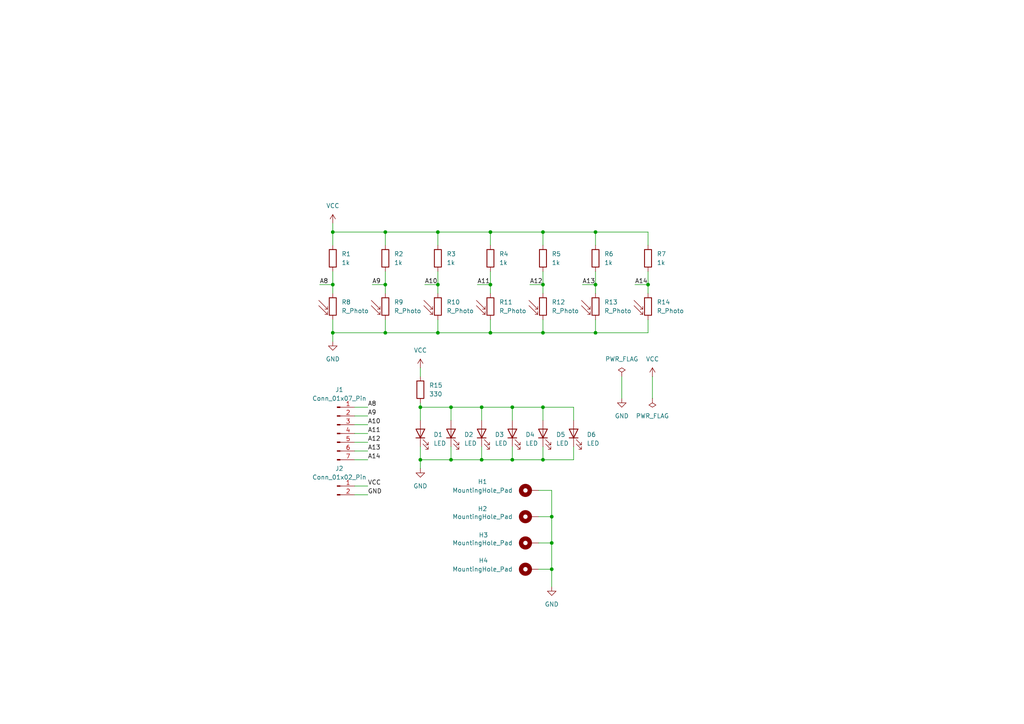
<source format=kicad_sch>
(kicad_sch (version 20231120) (generator "eeschema") (generator_version "8.0")
  (paper "A4")
  (lib_symbols
    (symbol "Connector:Conn_01x02_Pin" (pin_names (offset 1.016) hide)
      (property "Reference" "J" (at 0 2.54 0))
      (property "Value" "Conn_01x02_Pin" (at 0 -5.08 0))
      (symbol "Conn_01x02_Pin_1_1"
        (polyline (pts (xy 1.27 -2.54) (xy 0.8636 -2.54)) (stroke (width 0.1524)))
        (polyline (pts (xy 1.27 0) (xy 0.8636 0)) (stroke (width 0.1524)))
        (rectangle (start 0.8636 -2.413) (end 0 -2.667) (stroke (width 0.1524)) (fill (type outline)))
        (rectangle (start 0.8636 0.127) (end 0 -0.127) (stroke (width 0.1524)) (fill (type outline)))
        (pin passive line (at 5.08 0 180) (length 3.81) (name "Pin_1") (number "1"))
        (pin passive line (at 5.08 -2.54 180) (length 3.81) (name "Pin_2") (number "2"))
      )
    )
    (symbol "Connector:Conn_01x07_Pin" (pin_names (offset 1.016) hide)
      (property "Reference" "J" (at 0 10.16 0))
      (property "Value" "Conn_01x07_Pin" (at 0 -10.16 0))
      (symbol "Conn_01x07_Pin_1_1"
        (polyline (pts (xy 1.27 -7.62) (xy 0.8636 -7.62)) (stroke (width 0.1524)))
        (polyline (pts (xy 1.27 -5.08) (xy 0.8636 -5.08)) (stroke (width 0.1524)))
        (polyline (pts (xy 1.27 -2.54) (xy 0.8636 -2.54)) (stroke (width 0.1524)))
        (polyline (pts (xy 1.27 0) (xy 0.8636 0)) (stroke (width 0.1524)))
        (polyline (pts (xy 1.27 2.54) (xy 0.8636 2.54)) (stroke (width 0.1524)))
        (polyline (pts (xy 1.27 5.08) (xy 0.8636 5.08)) (stroke (width 0.1524)))
        (polyline (pts (xy 1.27 7.62) (xy 0.8636 7.62)) (stroke (width 0.1524)))
        (rectangle (start 0.8636 -7.493) (end 0 -7.747) (stroke (width 0.1524)) (fill (type outline)))
        (rectangle (start 0.8636 -4.953) (end 0 -5.207) (stroke (width 0.1524)) (fill (type outline)))
        (rectangle (start 0.8636 -2.413) (end 0 -2.667) (stroke (width 0.1524)) (fill (type outline)))
        (rectangle (start 0.8636 0.127) (end 0 -0.127) (stroke (width 0.1524)) (fill (type outline)))
        (rectangle (start 0.8636 2.667) (end 0 2.413) (stroke (width 0.1524)) (fill (type outline)))
        (rectangle (start 0.8636 5.207) (end 0 4.953) (stroke (width 0.1524)) (fill (type outline)))
        (rectangle (start 0.8636 7.747) (end 0 7.493) (stroke (width 0.1524)) (fill (type outline)))
        (pin passive line (at 5.08 7.62 180) (length 3.81) (name "Pin_1") (number "1"))
        (pin passive line (at 5.08 5.08 180) (length 3.81) (name "Pin_2") (number "2"))
        (pin passive line (at 5.08 2.54 180) (length 3.81) (name "Pin_3") (number "3"))
        (pin passive line (at 5.08 0 180) (length 3.81) (name "Pin_4") (number "4"))
        (pin passive line (at 5.08 -2.54 180) (length 3.81) (name "Pin_5") (number "5"))
        (pin passive line (at 5.08 -5.08 180) (length 3.81) (name "Pin_6") (number "6"))
        (pin passive line (at 5.08 -7.62 180) (length 3.81) (name "Pin_7") (number "7"))
      )
    )
    (symbol "Device:LED" (pin_numbers hide) (pin_names (offset 1.016) hide)
      (property "Reference" "D" (at 0 2.54 0))
      (property "Value" "LED" (at 0 -2.54 0))
      (symbol "LED_0_1"
        (polyline (pts (xy -1.27 -1.27) (xy -1.27 1.27)) (stroke (width 0.254)))
        (polyline (pts (xy -1.27 0) (xy 1.27 0)))
        (polyline (pts (xy 1.27 -1.27) (xy 1.27 1.27) (xy -1.27 0) (xy 1.27 -1.27)) (stroke (width 0.254)))
        (polyline (pts (xy -3.048 -0.762) (xy -4.572 -2.286) (xy -3.81 -2.286) (xy -4.572 -2.286) (xy -4.572 -1.524)))
        (polyline (pts (xy -1.778 -0.762) (xy -3.302 -2.286) (xy -2.54 -2.286) (xy -3.302 -2.286) (xy -3.302 -1.524)))
      )
      (symbol "LED_1_1"
        (pin passive line (at -3.81 0 0) (length 2.54) (name "K") (number "1"))
        (pin passive line (at 3.81 0 180) (length 2.54) (name "A") (number "2"))
      )
    )
    (symbol "Device:R" (pin_numbers hide) (pin_names (offset 0))
      (property "Reference" "R" (at 2.032 0 90))
      (property "Value" "R" (at 0 0 90))
      (symbol "R_0_1"
        (rectangle (start -1.016 -2.54) (end 1.016 2.54) (stroke (width 0.254)))
      )
      (symbol "R_1_1"
        (pin passive line (at 0 3.81 270) (length 1.27) (name "~") (number "1"))
        (pin passive line (at 0 -3.81 90) (length 1.27) (name "~") (number "2"))
      )
    )
    (symbol "Device:R_Photo" (pin_numbers hide) (pin_names (offset 0))
      (property "Reference" "R" (at 1.27 1.27 0))
      (property "Value" "R_Photo" (at 1.27 0 0))
      (symbol "R_Photo_0_1"
        (rectangle (start -1.016 2.54) (end 1.016 -2.54) (stroke (width 0.254)))
        (polyline (pts (xy -1.524 -2.286) (xy -4.064 0.254)))
        (polyline (pts (xy -1.524 -2.286) (xy -2.286 -2.286)))
        (polyline (pts (xy -1.524 -2.286) (xy -1.524 -1.524)))
        (polyline (pts (xy -1.524 -0.762) (xy -4.064 1.778)))
        (polyline (pts (xy -1.524 -0.762) (xy -2.286 -0.762)))
        (polyline (pts (xy -1.524 -0.762) (xy -1.524 0)))
      )
      (symbol "R_Photo_1_1"
        (pin passive line (at 0 3.81 270) (length 1.27) (name "~") (number "1"))
        (pin passive line (at 0 -3.81 90) (length 1.27) (name "~") (number "2"))
      )
    )
    (symbol "Mechanical:MountingHole_Pad" (pin_numbers hide) (pin_names (offset 1.016) hide) (exclude_from_sim yes) (in_bom no)
      (property "Reference" "H" (at 0 6.35 0))
      (property "Value" "MountingHole_Pad" (at 0 4.445 0))
      (symbol "MountingHole_Pad_0_1"
        (circle (center 0 1.27) (radius 1.27) (stroke (width 1.27)))
      )
      (symbol "MountingHole_Pad_1_1"
        (pin input line (at 0 -2.54 90) (length 2.54) (name "1") (number "1"))
      )
    )
    (symbol "power:GND" (power) (pin_numbers hide) (pin_names (offset 0) hide)
      (property "Value" "GND" (at 0 -3.81 0))
      (symbol "GND_0_1"
        (polyline (pts (xy 0 0) (xy 0 -1.27) (xy 1.27 -1.27) (xy 0 -2.54) (xy -1.27 -1.27) (xy 0 -1.27)))
      )
      (symbol "GND_1_1"
        (pin power_in line (at 0 0 270) (length 0) (name "~") (number "1"))
      )
    )
    (symbol "power:PWR_FLAG" (power) (pin_numbers hide) (pin_names (offset 0) hide)
      (property "Value" "PWR_FLAG" (at 0 3.81 0))
      (symbol "PWR_FLAG_0_0"
        (pin power_out line (at 0 0 90) (length 0) (name "~") (number "1"))
      )
      (symbol "PWR_FLAG_0_1"
        (polyline (pts (xy 0 0) (xy 0 1.27) (xy -1.016 1.905) (xy 0 2.54) (xy 1.016 1.905) (xy 0 1.27)))
      )
    )
    (symbol "power:VCC" (power) (pin_numbers hide) (pin_names (offset 0) hide)
      (property "Value" "VCC" (at 0 3.556 0))
      (symbol "VCC_0_1"
        (polyline (pts (xy -0.762 1.27) (xy 0 2.54)))
        (polyline (pts (xy 0 0) (xy 0 2.54)))
        (polyline (pts (xy 0 2.54) (xy 0.762 1.27)))
      )
      (symbol "VCC_1_1"
        (pin power_in line (at 0 0 90) (length 0) (name "~") (number "1"))
      )
    )
  )
  (junction (at 111.76 82.55))
  (junction (at 160.02 157.48))
  (junction (at 127 82.55))
  (junction (at 142.24 82.55))
  (junction (at 130.81 133.35))
  (junction (at 139.7 118.11))
  (junction (at 142.24 67.31))
  (junction (at 172.72 96.52))
  (junction (at 148.59 118.11))
  (junction (at 121.92 133.35))
  (junction (at 157.48 67.31))
  (junction (at 172.72 82.55))
  (junction (at 127 67.31))
  (junction (at 157.48 118.11))
  (junction (at 111.76 96.52))
  (junction (at 187.96 82.55))
  (junction (at 139.7 133.35))
  (junction (at 157.48 133.35))
  (junction (at 160.02 149.86))
  (junction (at 121.92 118.11))
  (junction (at 157.48 96.52))
  (junction (at 148.59 133.35))
  (junction (at 111.76 67.31))
  (junction (at 172.72 67.31))
  (junction (at 160.02 165.1))
  (junction (at 157.48 82.55))
  (junction (at 96.52 96.52))
  (junction (at 96.52 67.31))
  (junction (at 142.24 96.52))
  (junction (at 130.81 118.11))
  (junction (at 127 96.52))
  (junction (at 96.52 82.55))
  (wire (pts (xy 96.52 64.77) (xy 96.52 67.31)))
  (wire (pts (xy 111.76 67.31) (xy 127 67.31)))
  (wire (pts (xy 139.7 118.11) (xy 148.59 118.11)))
  (wire (pts (xy 130.81 118.11) (xy 139.7 118.11)))
  (wire (pts (xy 156.21 165.1) (xy 160.02 165.1)))
  (wire (pts (xy 107.95 82.55) (xy 111.76 82.55)))
  (wire (pts (xy 139.7 118.11) (xy 139.7 121.92)))
  (wire (pts (xy 184.15 82.55) (xy 187.96 82.55)))
  (wire (pts (xy 139.7 129.54) (xy 139.7 133.35)))
  (wire (pts (xy 102.87 130.81) (xy 106.68 130.81)))
  (wire (pts (xy 127 67.31) (xy 127 71.12)))
  (wire (pts (xy 123.19 82.55) (xy 127 82.55)))
  (wire (pts (xy 172.72 78.74) (xy 172.72 82.55)))
  (wire (pts (xy 157.48 78.74) (xy 157.48 82.55)))
  (wire (pts (xy 157.48 96.52) (xy 172.72 96.52)))
  (wire (pts (xy 142.24 78.74) (xy 142.24 82.55)))
  (wire (pts (xy 96.52 82.55) (xy 96.52 85.09)))
  (wire (pts (xy 102.87 120.65) (xy 106.68 120.65)))
  (wire (pts (xy 160.02 157.48) (xy 160.02 165.1)))
  (wire (pts (xy 157.48 67.31) (xy 157.48 71.12)))
  (wire (pts (xy 142.24 67.31) (xy 142.24 71.12)))
  (wire (pts (xy 102.87 143.51) (xy 106.68 143.51)))
  (wire (pts (xy 102.87 133.35) (xy 106.68 133.35)))
  (wire (pts (xy 160.02 149.86) (xy 160.02 157.48)))
  (wire (pts (xy 102.87 128.27) (xy 106.68 128.27)))
  (wire (pts (xy 121.92 118.11) (xy 130.81 118.11)))
  (wire (pts (xy 96.52 67.31) (xy 111.76 67.31)))
  (wire (pts (xy 121.92 129.54) (xy 121.92 133.35)))
  (wire (pts (xy 127 96.52) (xy 142.24 96.52)))
  (wire (pts (xy 168.91 82.55) (xy 172.72 82.55)))
  (wire (pts (xy 172.72 67.31) (xy 172.72 71.12)))
  (wire (pts (xy 111.76 78.74) (xy 111.76 82.55)))
  (wire (pts (xy 111.76 82.55) (xy 111.76 85.09)))
  (wire (pts (xy 172.72 92.71) (xy 172.72 96.52)))
  (wire (pts (xy 157.48 129.54) (xy 157.48 133.35)))
  (wire (pts (xy 156.21 142.24) (xy 160.02 142.24)))
  (wire (pts (xy 127 92.71) (xy 127 96.52)))
  (wire (pts (xy 121.92 133.35) (xy 130.81 133.35)))
  (wire (pts (xy 130.81 118.11) (xy 130.81 121.92)))
  (wire (pts (xy 187.96 92.71) (xy 187.96 96.52)))
  (wire (pts (xy 121.92 133.35) (xy 121.92 135.89)))
  (wire (pts (xy 96.52 96.52) (xy 111.76 96.52)))
  (wire (pts (xy 157.48 118.11) (xy 157.48 121.92)))
  (wire (pts (xy 121.92 116.84) (xy 121.92 118.11)))
  (wire (pts (xy 130.81 133.35) (xy 139.7 133.35)))
  (wire (pts (xy 111.76 96.52) (xy 127 96.52)))
  (wire (pts (xy 172.72 96.52) (xy 187.96 96.52)))
  (wire (pts (xy 157.48 67.31) (xy 172.72 67.31)))
  (wire (pts (xy 92.71 82.55) (xy 96.52 82.55)))
  (wire (pts (xy 96.52 78.74) (xy 96.52 82.55)))
  (wire (pts (xy 157.48 82.55) (xy 157.48 85.09)))
  (wire (pts (xy 127 82.55) (xy 127 85.09)))
  (wire (pts (xy 139.7 133.35) (xy 148.59 133.35)))
  (wire (pts (xy 121.92 106.68) (xy 121.92 109.22)))
  (wire (pts (xy 142.24 92.71) (xy 142.24 96.52)))
  (wire (pts (xy 111.76 92.71) (xy 111.76 96.52)))
  (wire (pts (xy 153.67 82.55) (xy 157.48 82.55)))
  (wire (pts (xy 142.24 82.55) (xy 142.24 85.09)))
  (wire (pts (xy 127 78.74) (xy 127 82.55)))
  (wire (pts (xy 102.87 123.19) (xy 106.68 123.19)))
  (wire (pts (xy 180.34 109.22) (xy 180.34 115.57)))
  (wire (pts (xy 157.48 118.11) (xy 166.37 118.11)))
  (wire (pts (xy 187.96 67.31) (xy 187.96 71.12)))
  (wire (pts (xy 102.87 140.97) (xy 106.68 140.97)))
  (wire (pts (xy 142.24 67.31) (xy 157.48 67.31)))
  (wire (pts (xy 148.59 118.11) (xy 148.59 121.92)))
  (wire (pts (xy 157.48 133.35) (xy 166.37 133.35)))
  (wire (pts (xy 121.92 118.11) (xy 121.92 121.92)))
  (wire (pts (xy 96.52 96.52) (xy 96.52 99.06)))
  (wire (pts (xy 172.72 82.55) (xy 172.72 85.09)))
  (wire (pts (xy 148.59 133.35) (xy 157.48 133.35)))
  (wire (pts (xy 156.21 149.86) (xy 160.02 149.86)))
  (wire (pts (xy 156.21 157.48) (xy 160.02 157.48)))
  (wire (pts (xy 187.96 82.55) (xy 187.96 85.09)))
  (wire (pts (xy 148.59 129.54) (xy 148.59 133.35)))
  (wire (pts (xy 96.52 92.71) (xy 96.52 96.52)))
  (wire (pts (xy 96.52 67.31) (xy 96.52 71.12)))
  (wire (pts (xy 130.81 129.54) (xy 130.81 133.35)))
  (wire (pts (xy 138.43 82.55) (xy 142.24 82.55)))
  (wire (pts (xy 127 67.31) (xy 142.24 67.31)))
  (wire (pts (xy 111.76 67.31) (xy 111.76 71.12)))
  (wire (pts (xy 166.37 133.35) (xy 166.37 129.54)))
  (wire (pts (xy 160.02 165.1) (xy 160.02 170.18)))
  (wire (pts (xy 166.37 118.11) (xy 166.37 121.92)))
  (wire (pts (xy 102.87 125.73) (xy 106.68 125.73)))
  (wire (pts (xy 189.23 109.22) (xy 189.23 115.57)))
  (wire (pts (xy 160.02 142.24) (xy 160.02 149.86)))
  (wire (pts (xy 187.96 78.74) (xy 187.96 82.55)))
  (wire (pts (xy 142.24 96.52) (xy 157.48 96.52)))
  (wire (pts (xy 172.72 67.31) (xy 187.96 67.31)))
  (wire (pts (xy 157.48 92.71) (xy 157.48 96.52)))
  (wire (pts (xy 102.87 118.11) (xy 106.68 118.11)))
  (wire (pts (xy 148.59 118.11) (xy 157.48 118.11)))
  (label "GND" (at 106.68 143.51 0))
  (label "A14" (at 106.68 133.35 0))
  (label "A9" (at 107.95 82.55 0))
  (label "VCC" (at 106.68 140.97 0))
  (label "A12" (at 106.68 128.27 0))
  (label "A8" (at 106.68 118.11 0))
  (label "A10" (at 106.68 123.19 0))
  (label "A13" (at 168.91 82.55 0))
  (label "A12" (at 153.67 82.55 0))
  (label "A10" (at 123.19 82.55 0))
  (label "A14" (at 184.15 82.55 0))
  (label "A13" (at 106.68 130.81 0))
  (label "A11" (at 106.68 125.73 0))
  (label "A8" (at 92.71 82.55 0))
  (label "A9" (at 106.68 120.65 0))
  (label "A11" (at 138.43 82.55 0))
  (symbol (lib_id "power:GND") (at 180.34 115.57 0) (unit 1)
    (property "Reference" "#PWR03" (effects (hide yes)))
    (property "Value" "GND" (at 180.34 120.65 0))
    (property "Description" "Power symbol creates a global label with name \"GND\" , ground" (effects (hide yes)))
  )
  (symbol (lib_id "Device:R") (at 172.72 74.93 0) (unit 1)
    (property "Reference" "R6" (at 175.26 73.6599 0) (effects (justify left)))
    (property "Value" "1k" (at 175.26 76.1999 0) (effects (justify left)))
    (property "Footprint" "Resistor_THT:R_Axial_DIN0207_L6.3mm_D2.5mm_P10.16mm_Horizontal" (effects (hide yes)))
    (property "Description" "Resistor" (effects (hide yes)))
  )
  (symbol (lib_id "Mechanical:MountingHole_Pad") (at 153.67 165.1 90) (unit 1) (exclude_from_sim yes) (in_bom no)
    (property "Reference" "H4" (at 140.208 162.56 90))
    (property "Value" "MountingHole_Pad" (at 139.954 165.1 90))
    (property "Footprint" "MountingHole:MountingHole_3.2mm_M3_Pad" (effects (hide yes)))
    (property "Description" "Mounting Hole with connection" (effects (hide yes)))
  )
  (symbol (lib_id "Mechanical:MountingHole_Pad") (at 153.67 157.48 90) (unit 1) (exclude_from_sim yes) (in_bom no)
    (property "Reference" "H3" (at 140.208 155.194 90))
    (property "Value" "MountingHole_Pad" (at 139.954 157.48 90))
    (property "Footprint" "MountingHole:MountingHole_3.2mm_M3_Pad" (effects (hide yes)))
    (property "Description" "Mounting Hole with connection" (effects (hide yes)))
  )
  (symbol (lib_id "Device:LED") (at 166.37 125.73 90) (unit 1)
    (property "Reference" "D6" (at 170.18 126.0474 90) (effects (justify right)))
    (property "Value" "LED" (at 170.18 128.5874 90) (effects (justify right)))
    (property "Footprint" "LED_THT:LED_D5.0mm" (effects (hide yes)))
    (property "Description" "Light emitting diode" (effects (hide yes)))
  )
  (symbol (lib_id "Device:LED") (at 121.92 125.73 90) (unit 1)
    (property "Reference" "D1" (at 125.73 126.0474 90) (effects (justify right)))
    (property "Value" "LED" (at 125.73 128.5874 90) (effects (justify right)))
    (property "Footprint" "LED_THT:LED_D5.0mm" (effects (hide yes)))
    (property "Description" "Light emitting diode" (effects (hide yes)))
  )
  (symbol (lib_id "power:GND") (at 121.92 135.89 0) (unit 1)
    (property "Reference" "#PWR06" (effects (hide yes)))
    (property "Value" "GND" (at 121.92 140.97 0))
    (property "Description" "Power symbol creates a global label with name \"GND\" , ground" (effects (hide yes)))
  )
  (symbol (lib_id "Device:LED") (at 139.7 125.73 90) (unit 1)
    (property "Reference" "D3" (at 143.51 126.0474 90) (effects (justify right)))
    (property "Value" "LED" (at 143.51 128.5874 90) (effects (justify right)))
    (property "Footprint" "LED_THT:LED_D5.0mm" (effects (hide yes)))
    (property "Description" "Light emitting diode" (effects (hide yes)))
  )
  (symbol (lib_id "Device:R") (at 157.48 74.93 0) (unit 1)
    (property "Reference" "R5" (at 160.02 73.6599 0) (effects (justify left)))
    (property "Value" "1k" (at 160.02 76.1999 0) (effects (justify left)))
    (property "Footprint" "Resistor_THT:R_Axial_DIN0207_L6.3mm_D2.5mm_P10.16mm_Horizontal" (effects (hide yes)))
    (property "Description" "Resistor" (effects (hide yes)))
  )
  (symbol (lib_id "Device:R") (at 111.76 74.93 0) (unit 1)
    (property "Reference" "R2" (at 114.3 73.6599 0) (effects (justify left)))
    (property "Value" "1k" (at 114.3 76.1999 0) (effects (justify left)))
    (property "Footprint" "Resistor_THT:R_Axial_DIN0207_L6.3mm_D2.5mm_P10.16mm_Horizontal" (effects (hide yes)))
    (property "Description" "Resistor" (effects (hide yes)))
  )
  (symbol (lib_id "Device:R_Photo") (at 187.96 88.9 0) (unit 1)
    (property "Reference" "R14" (at 190.5 87.6299 0) (effects (justify left)))
    (property "Value" "R_Photo" (at 190.5 90.1699 0) (effects (justify left)))
    (property "Footprint" "OptoDevice:R_LDR_5.0x4.1mm_P3mm_Vertical" (effects (hide yes)))
    (property "Description" "Photoresistor" (effects (hide yes)))
  )
  (symbol (lib_id "power:PWR_FLAG") (at 189.23 115.57 180) (unit 1)
    (property "Reference" "#FLG02" (effects (hide yes)))
    (property "Value" "PWR_FLAG" (at 189.23 120.65 0))
    (property "Description" "Special symbol for telling ERC where power comes from" (effects (hide yes)))
  )
  (symbol (lib_id "power:GND") (at 160.02 170.18 0) (unit 1)
    (property "Reference" "#PWR07" (effects (hide yes)))
    (property "Value" "GND" (at 160.02 175.26 0))
    (property "Description" "Power symbol creates a global label with name \"GND\" , ground" (effects (hide yes)))
  )
  (symbol (lib_id "power:VCC") (at 121.92 106.68 0) (unit 1)
    (property "Reference" "#PWR05" (effects (hide yes)))
    (property "Value" "VCC" (at 121.92 101.6 0))
    (property "Description" "Power symbol creates a global label with name \"VCC\"" (effects (hide yes)))
  )
  (symbol (lib_id "Device:R") (at 142.24 74.93 0) (unit 1)
    (property "Reference" "R4" (at 144.78 73.6599 0) (effects (justify left)))
    (property "Value" "1k" (at 144.78 76.1999 0) (effects (justify left)))
    (property "Footprint" "Resistor_THT:R_Axial_DIN0207_L6.3mm_D2.5mm_P10.16mm_Horizontal" (effects (hide yes)))
    (property "Description" "Resistor" (effects (hide yes)))
  )
  (symbol (lib_id "Device:R_Photo") (at 157.48 88.9 0) (unit 1)
    (property "Reference" "R12" (at 160.02 87.6299 0) (effects (justify left)))
    (property "Value" "R_Photo" (at 160.02 90.1699 0) (effects (justify left)))
    (property "Footprint" "OptoDevice:R_LDR_5.0x4.1mm_P3mm_Vertical" (effects (hide yes)))
    (property "Description" "Photoresistor" (effects (hide yes)))
  )
  (symbol (lib_id "power:PWR_FLAG") (at 180.34 109.22 0) (unit 1)
    (property "Reference" "#FLG01" (effects (hide yes)))
    (property "Value" "PWR_FLAG" (at 180.34 104.14 0))
    (property "Description" "Special symbol for telling ERC where power comes from" (effects (hide yes)))
  )
  (symbol (lib_id "Device:R") (at 121.92 113.03 0) (unit 1)
    (property "Reference" "R15" (at 124.46 111.7599 0) (effects (justify left)))
    (property "Value" "330" (at 124.46 114.2999 0) (effects (justify left)))
    (property "Footprint" "Resistor_THT:R_Axial_DIN0207_L6.3mm_D2.5mm_P10.16mm_Horizontal" (effects (hide yes)))
    (property "Description" "Resistor" (effects (hide yes)))
  )
  (symbol (lib_id "Device:LED") (at 157.48 125.73 90) (unit 1)
    (property "Reference" "D5" (at 161.29 126.0474 90) (effects (justify right)))
    (property "Value" "LED" (at 161.29 128.5874 90) (effects (justify right)))
    (property "Footprint" "LED_THT:LED_D5.0mm" (effects (hide yes)))
    (property "Description" "Light emitting diode" (effects (hide yes)))
  )
  (symbol (lib_id "Device:LED") (at 148.59 125.73 90) (unit 1)
    (property "Reference" "D4" (at 152.4 126.0474 90) (effects (justify right)))
    (property "Value" "LED" (at 152.4 128.5874 90) (effects (justify right)))
    (property "Footprint" "LED_THT:LED_D5.0mm" (effects (hide yes)))
    (property "Description" "Light emitting diode" (effects (hide yes)))
  )
  (symbol (lib_id "Device:R_Photo") (at 172.72 88.9 0) (unit 1)
    (property "Reference" "R13" (at 175.26 87.6299 0) (effects (justify left)))
    (property "Value" "R_Photo" (at 175.26 90.1699 0) (effects (justify left)))
    (property "Footprint" "OptoDevice:R_LDR_5.0x4.1mm_P3mm_Vertical" (effects (hide yes)))
    (property "Description" "Photoresistor" (effects (hide yes)))
  )
  (symbol (lib_id "Connector:Conn_01x07_Pin") (at 97.79 125.73 0) (unit 1)
    (property "Reference" "J1" (at 98.425 113.03 0))
    (property "Value" "Conn_01x07_Pin" (at 98.425 115.57 0))
    (property "Footprint" "Connector_PinHeader_2.54mm:PinHeader_1x07_P2.54mm_Vertical" (effects (hide yes)))
    (property "Description" "Generic connector, single row, 01x07, script generated" (effects (hide yes)))
  )
  (symbol (lib_id "Connector:Conn_01x02_Pin") (at 97.79 140.97 0) (unit 1)
    (property "Reference" "J2" (at 98.425 135.89 0))
    (property "Value" "Conn_01x02_Pin" (at 98.425 138.43 0))
    (property "Footprint" "Connector_PinHeader_2.54mm:PinHeader_1x02_P2.54mm_Vertical" (effects (hide yes)))
    (property "Description" "Generic connector, single row, 01x02, script generated" (effects (hide yes)))
  )
  (symbol (lib_id "power:VCC") (at 189.23 109.22 0) (unit 1)
    (property "Reference" "#PWR04" (effects (hide yes)))
    (property "Value" "VCC" (at 189.23 104.14 0))
    (property "Description" "Power symbol creates a global label with name \"VCC\"" (effects (hide yes)))
  )
  (symbol (lib_id "Mechanical:MountingHole_Pad") (at 153.67 142.24 90) (unit 1) (exclude_from_sim yes) (in_bom no)
    (property "Reference" "H1" (at 139.954 139.7 90))
    (property "Value" "MountingHole_Pad" (at 139.954 142.24 90))
    (property "Footprint" "MountingHole:MountingHole_3.2mm_M3_Pad" (effects (hide yes)))
    (property "Description" "Mounting Hole with connection" (effects (hide yes)))
  )
  (symbol (lib_id "Mechanical:MountingHole_Pad") (at 153.67 149.86 90) (unit 1) (exclude_from_sim yes) (in_bom no)
    (property "Reference" "H2" (at 139.954 147.574 90))
    (property "Value" "MountingHole_Pad" (at 139.954 149.86 90))
    (property "Footprint" "MountingHole:MountingHole_3.2mm_M3_Pad" (effects (hide yes)))
    (property "Description" "Mounting Hole with connection" (effects (hide yes)))
  )
  (symbol (lib_id "Device:R_Photo") (at 111.76 88.9 0) (unit 1)
    (property "Reference" "R9" (at 114.3 87.6299 0) (effects (justify left)))
    (property "Value" "R_Photo" (at 114.3 90.1699 0) (effects (justify left)))
    (property "Footprint" "OptoDevice:R_LDR_5.0x4.1mm_P3mm_Vertical" (effects (hide yes)))
    (property "Description" "Photoresistor" (effects (hide yes)))
  )
  (symbol (lib_id "power:GND") (at 96.52 99.06 0) (unit 1)
    (property "Reference" "#PWR01" (effects (hide yes)))
    (property "Value" "GND" (at 96.52 104.14 0))
    (property "Description" "Power symbol creates a global label with name \"GND\" , ground" (effects (hide yes)))
  )
  (symbol (lib_id "Device:R") (at 96.52 74.93 0) (unit 1)
    (property "Reference" "R1" (at 99.06 73.6599 0) (effects (justify left)))
    (property "Value" "1k" (at 99.06 76.1999 0) (effects (justify left)))
    (property "Footprint" "Resistor_THT:R_Axial_DIN0207_L6.3mm_D2.5mm_P10.16mm_Horizontal" (effects (hide yes)))
    (property "Description" "Resistor" (effects (hide yes)))
  )
  (symbol (lib_id "Device:R") (at 187.96 74.93 0) (unit 1)
    (property "Reference" "R7" (at 190.5 73.6599 0) (effects (justify left)))
    (property "Value" "1k" (at 190.5 76.1999 0) (effects (justify left)))
    (property "Footprint" "Resistor_THT:R_Axial_DIN0207_L6.3mm_D2.5mm_P10.16mm_Horizontal" (effects (hide yes)))
    (property "Description" "Resistor" (effects (hide yes)))
  )
  (symbol (lib_id "Device:R_Photo") (at 127 88.9 0) (unit 1)
    (property "Reference" "R10" (at 129.54 87.6299 0) (effects (justify left)))
    (property "Value" "R_Photo" (at 129.54 90.1699 0) (effects (justify left)))
    (property "Footprint" "OptoDevice:R_LDR_5.0x4.1mm_P3mm_Vertical" (effects (hide yes)))
    (property "Description" "Photoresistor" (effects (hide yes)))
  )
  (symbol (lib_id "power:VCC") (at 96.52 64.77 0) (unit 1)
    (property "Reference" "#PWR02" (effects (hide yes)))
    (property "Value" "VCC" (at 96.52 59.69 0))
    (property "Description" "Power symbol creates a global label with name \"VCC\"" (effects (hide yes)))
  )
  (symbol (lib_id "Device:LED") (at 130.81 125.73 90) (unit 1)
    (property "Reference" "D2" (at 134.62 126.0474 90) (effects (justify right)))
    (property "Value" "LED" (at 134.62 128.5874 90) (effects (justify right)))
    (property "Footprint" "LED_THT:LED_D5.0mm" (effects (hide yes)))
    (property "Description" "Light emitting diode" (effects (hide yes)))
  )
  (symbol (lib_id "Device:R_Photo") (at 142.24 88.9 0) (unit 1)
    (property "Reference" "R11" (at 144.78 87.6299 0) (effects (justify left)))
    (property "Value" "R_Photo" (at 144.78 90.1699 0) (effects (justify left)))
    (property "Footprint" "OptoDevice:R_LDR_5.0x4.1mm_P3mm_Vertical" (effects (hide yes)))
    (property "Description" "Photoresistor" (effects (hide yes)))
  )
  (symbol (lib_id "Device:R") (at 127 74.93 0) (unit 1)
    (property "Reference" "R3" (at 129.54 73.6599 0) (effects (justify left)))
    (property "Value" "1k" (at 129.54 76.1999 0) (effects (justify left)))
    (property "Footprint" "Resistor_THT:R_Axial_DIN0207_L6.3mm_D2.5mm_P10.16mm_Horizontal" (effects (hide yes)))
    (property "Description" "Resistor" (effects (hide yes)))
  )
  (symbol (lib_id "Device:R_Photo") (at 96.52 88.9 0) (unit 1)
    (property "Reference" "R8" (at 99.06 87.6299 0) (effects (justify left)))
    (property "Value" "R_Photo" (at 99.06 90.1699 0) (effects (justify left)))
    (property "Footprint" "OptoDevice:R_LDR_5.0x4.1mm_P3mm_Vertical" (effects (hide yes)))
    (property "Description" "Photoresistor" (effects (hide yes)))
  )
)
</source>
